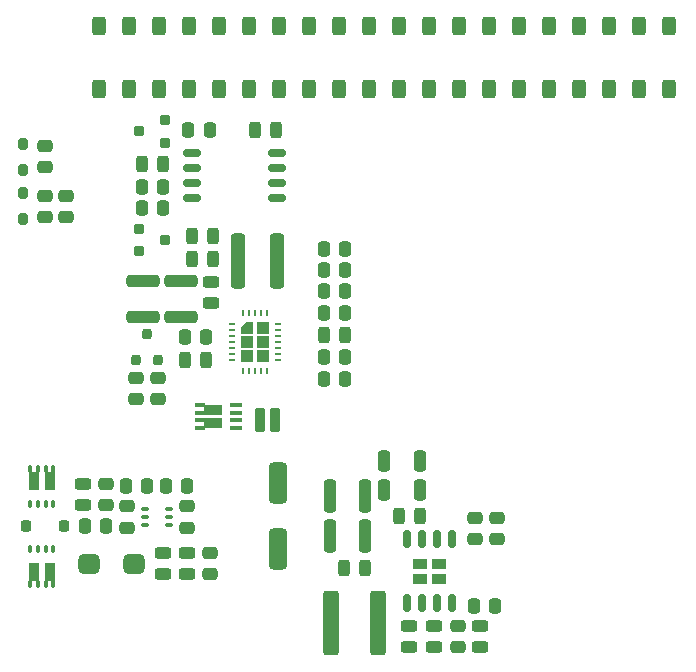
<source format=gtp>
G04*
G04 #@! TF.GenerationSoftware,Altium Limited,Altium Designer,19.1.8 (144)*
G04*
G04 Layer_Color=7318015*
%FSLAX25Y25*%
%MOIN*%
G70*
G01*
G75*
%ADD10C,0.01575*%
%ADD11R,0.03150X0.01181*%
%ADD12R,0.02362X0.03937*%
%ADD13R,0.04331X0.01968*%
%ADD14R,0.04331X0.03937*%
%ADD15R,0.04331X0.03937*%
%ADD16R,0.05118X0.03740*%
%ADD17R,0.06299X0.03543*%
%ADD18R,0.03819X0.06299*%
G04:AMPARAMS|DCode=19|XSize=55.12mil|YSize=39.37mil|CornerRadius=9.84mil|HoleSize=0mil|Usage=FLASHONLY|Rotation=0.000|XOffset=0mil|YOffset=0mil|HoleType=Round|Shape=RoundedRectangle|*
%AMROUNDEDRECTD19*
21,1,0.05512,0.01968,0,0,0.0*
21,1,0.03543,0.03937,0,0,0.0*
1,1,0.01968,0.01772,-0.00984*
1,1,0.01968,-0.01772,-0.00984*
1,1,0.01968,-0.01772,0.00984*
1,1,0.01968,0.01772,0.00984*
%
%ADD19ROUNDEDRECTD19*%
G04:AMPARAMS|DCode=20|XSize=31.5mil|YSize=39.37mil|CornerRadius=7.87mil|HoleSize=0mil|Usage=FLASHONLY|Rotation=180.000|XOffset=0mil|YOffset=0mil|HoleType=Round|Shape=RoundedRectangle|*
%AMROUNDEDRECTD20*
21,1,0.03150,0.02362,0,0,180.0*
21,1,0.01575,0.03937,0,0,180.0*
1,1,0.01575,-0.00787,0.01181*
1,1,0.01575,0.00787,0.01181*
1,1,0.01575,0.00787,-0.01181*
1,1,0.01575,-0.00787,-0.01181*
%
%ADD20ROUNDEDRECTD20*%
G04:AMPARAMS|DCode=21|XSize=51.18mil|YSize=39.37mil|CornerRadius=9.84mil|HoleSize=0mil|Usage=FLASHONLY|Rotation=0.000|XOffset=0mil|YOffset=0mil|HoleType=Round|Shape=RoundedRectangle|*
%AMROUNDEDRECTD21*
21,1,0.05118,0.01968,0,0,0.0*
21,1,0.03150,0.03937,0,0,0.0*
1,1,0.01968,0.01575,-0.00984*
1,1,0.01968,-0.01575,-0.00984*
1,1,0.01968,-0.01575,0.00984*
1,1,0.01968,0.01575,0.00984*
%
%ADD21ROUNDEDRECTD21*%
G04:AMPARAMS|DCode=22|XSize=51.18mil|YSize=39.37mil|CornerRadius=9.84mil|HoleSize=0mil|Usage=FLASHONLY|Rotation=270.000|XOffset=0mil|YOffset=0mil|HoleType=Round|Shape=RoundedRectangle|*
%AMROUNDEDRECTD22*
21,1,0.05118,0.01968,0,0,270.0*
21,1,0.03150,0.03937,0,0,270.0*
1,1,0.01968,-0.00984,-0.01575*
1,1,0.01968,-0.00984,0.01575*
1,1,0.01968,0.00984,0.01575*
1,1,0.01968,0.00984,-0.01575*
%
%ADD22ROUNDEDRECTD22*%
G04:AMPARAMS|DCode=23|XSize=55.12mil|YSize=39.37mil|CornerRadius=9.84mil|HoleSize=0mil|Usage=FLASHONLY|Rotation=270.000|XOffset=0mil|YOffset=0mil|HoleType=Round|Shape=RoundedRectangle|*
%AMROUNDEDRECTD23*
21,1,0.05512,0.01968,0,0,270.0*
21,1,0.03543,0.03937,0,0,270.0*
1,1,0.01968,-0.00984,-0.01772*
1,1,0.01968,-0.00984,0.01772*
1,1,0.01968,0.00984,0.01772*
1,1,0.01968,0.00984,-0.01772*
%
%ADD23ROUNDEDRECTD23*%
G04:AMPARAMS|DCode=24|XSize=31.5mil|YSize=35.43mil|CornerRadius=7.87mil|HoleSize=0mil|Usage=FLASHONLY|Rotation=90.000|XOffset=0mil|YOffset=0mil|HoleType=Round|Shape=RoundedRectangle|*
%AMROUNDEDRECTD24*
21,1,0.03150,0.01968,0,0,90.0*
21,1,0.01575,0.03543,0,0,90.0*
1,1,0.01575,0.00984,0.00787*
1,1,0.01575,0.00984,-0.00787*
1,1,0.01575,-0.00984,-0.00787*
1,1,0.01575,-0.00984,0.00787*
%
%ADD24ROUNDEDRECTD24*%
G04:AMPARAMS|DCode=25|XSize=23.62mil|YSize=59.06mil|CornerRadius=5.91mil|HoleSize=0mil|Usage=FLASHONLY|Rotation=90.000|XOffset=0mil|YOffset=0mil|HoleType=Round|Shape=RoundedRectangle|*
%AMROUNDEDRECTD25*
21,1,0.02362,0.04724,0,0,90.0*
21,1,0.01181,0.05906,0,0,90.0*
1,1,0.01181,0.02362,0.00591*
1,1,0.01181,0.02362,-0.00591*
1,1,0.01181,-0.02362,-0.00591*
1,1,0.01181,-0.02362,0.00591*
%
%ADD25ROUNDEDRECTD25*%
%ADD26O,0.00669X0.02638*%
%ADD27O,0.02638X0.00669*%
G04:AMPARAMS|DCode=28|XSize=23.62mil|YSize=59.06mil|CornerRadius=5.91mil|HoleSize=0mil|Usage=FLASHONLY|Rotation=180.000|XOffset=0mil|YOffset=0mil|HoleType=Round|Shape=RoundedRectangle|*
%AMROUNDEDRECTD28*
21,1,0.02362,0.04724,0,0,180.0*
21,1,0.01181,0.05906,0,0,180.0*
1,1,0.01181,-0.00591,0.02362*
1,1,0.01181,0.00591,0.02362*
1,1,0.01181,0.00591,-0.02362*
1,1,0.01181,-0.00591,-0.02362*
%
%ADD28ROUNDEDRECTD28*%
G04:AMPARAMS|DCode=29|XSize=15.75mil|YSize=39.37mil|CornerRadius=3.94mil|HoleSize=0mil|Usage=FLASHONLY|Rotation=270.000|XOffset=0mil|YOffset=0mil|HoleType=Round|Shape=RoundedRectangle|*
%AMROUNDEDRECTD29*
21,1,0.01575,0.03150,0,0,270.0*
21,1,0.00787,0.03937,0,0,270.0*
1,1,0.00787,-0.01575,-0.00394*
1,1,0.00787,-0.01575,0.00394*
1,1,0.00787,0.01575,0.00394*
1,1,0.00787,0.01575,-0.00394*
%
%ADD29ROUNDEDRECTD29*%
G04:AMPARAMS|DCode=30|XSize=15.75mil|YSize=35.43mil|CornerRadius=3.94mil|HoleSize=0mil|Usage=FLASHONLY|Rotation=90.000|XOffset=0mil|YOffset=0mil|HoleType=Round|Shape=RoundedRectangle|*
%AMROUNDEDRECTD30*
21,1,0.01575,0.02756,0,0,90.0*
21,1,0.00787,0.03543,0,0,90.0*
1,1,0.00787,0.01378,0.00394*
1,1,0.00787,0.01378,-0.00394*
1,1,0.00787,-0.01378,-0.00394*
1,1,0.00787,-0.01378,0.00394*
%
%ADD30ROUNDEDRECTD30*%
G04:AMPARAMS|DCode=31|XSize=15.75mil|YSize=23.62mil|CornerRadius=3.94mil|HoleSize=0mil|Usage=FLASHONLY|Rotation=270.000|XOffset=0mil|YOffset=0mil|HoleType=Round|Shape=RoundedRectangle|*
%AMROUNDEDRECTD31*
21,1,0.01575,0.01575,0,0,270.0*
21,1,0.00787,0.02362,0,0,270.0*
1,1,0.00787,-0.00787,-0.00394*
1,1,0.00787,-0.00787,0.00394*
1,1,0.00787,0.00787,0.00394*
1,1,0.00787,0.00787,-0.00394*
%
%ADD31ROUNDEDRECTD31*%
G04:AMPARAMS|DCode=32|XSize=35.43mil|YSize=37.4mil|CornerRadius=8.86mil|HoleSize=0mil|Usage=FLASHONLY|Rotation=0.000|XOffset=0mil|YOffset=0mil|HoleType=Round|Shape=RoundedRectangle|*
%AMROUNDEDRECTD32*
21,1,0.03543,0.01968,0,0,0.0*
21,1,0.01772,0.03740,0,0,0.0*
1,1,0.01772,0.00886,-0.00984*
1,1,0.01772,-0.00886,-0.00984*
1,1,0.01772,-0.00886,0.00984*
1,1,0.01772,0.00886,0.00984*
%
%ADD32ROUNDEDRECTD32*%
G04:AMPARAMS|DCode=33|XSize=12.6mil|YSize=24.41mil|CornerRadius=2.36mil|HoleSize=0mil|Usage=FLASHONLY|Rotation=0.000|XOffset=0mil|YOffset=0mil|HoleType=Round|Shape=RoundedRectangle|*
%AMROUNDEDRECTD33*
21,1,0.01260,0.01968,0,0,0.0*
21,1,0.00787,0.02441,0,0,0.0*
1,1,0.00472,0.00394,-0.00984*
1,1,0.00472,-0.00394,-0.00984*
1,1,0.00472,-0.00394,0.00984*
1,1,0.00472,0.00394,0.00984*
%
%ADD33ROUNDEDRECTD33*%
G04:AMPARAMS|DCode=34|XSize=66.93mil|YSize=70.87mil|CornerRadius=16.73mil|HoleSize=0mil|Usage=FLASHONLY|Rotation=270.000|XOffset=0mil|YOffset=0mil|HoleType=Round|Shape=RoundedRectangle|*
%AMROUNDEDRECTD34*
21,1,0.06693,0.03740,0,0,270.0*
21,1,0.03347,0.07087,0,0,270.0*
1,1,0.03346,-0.01870,-0.01673*
1,1,0.03346,-0.01870,0.01673*
1,1,0.03346,0.01870,0.01673*
1,1,0.03346,0.01870,-0.01673*
%
%ADD34ROUNDEDRECTD34*%
G04:AMPARAMS|DCode=35|XSize=110.24mil|YSize=39.37mil|CornerRadius=9.84mil|HoleSize=0mil|Usage=FLASHONLY|Rotation=0.000|XOffset=0mil|YOffset=0mil|HoleType=Round|Shape=RoundedRectangle|*
%AMROUNDEDRECTD35*
21,1,0.11024,0.01968,0,0,0.0*
21,1,0.09055,0.03937,0,0,0.0*
1,1,0.01968,0.04528,-0.00984*
1,1,0.01968,-0.04528,-0.00984*
1,1,0.01968,-0.04528,0.00984*
1,1,0.01968,0.04528,0.00984*
%
%ADD35ROUNDEDRECTD35*%
G04:AMPARAMS|DCode=36|XSize=110.24mil|YSize=39.37mil|CornerRadius=9.84mil|HoleSize=0mil|Usage=FLASHONLY|Rotation=270.000|XOffset=0mil|YOffset=0mil|HoleType=Round|Shape=RoundedRectangle|*
%AMROUNDEDRECTD36*
21,1,0.11024,0.01968,0,0,270.0*
21,1,0.09055,0.03937,0,0,270.0*
1,1,0.01968,-0.00984,-0.04528*
1,1,0.01968,-0.00984,0.04528*
1,1,0.01968,0.00984,0.04528*
1,1,0.01968,0.00984,-0.04528*
%
%ADD36ROUNDEDRECTD36*%
G04:AMPARAMS|DCode=37|XSize=70.87mil|YSize=39.37mil|CornerRadius=9.84mil|HoleSize=0mil|Usage=FLASHONLY|Rotation=90.000|XOffset=0mil|YOffset=0mil|HoleType=Round|Shape=RoundedRectangle|*
%AMROUNDEDRECTD37*
21,1,0.07087,0.01968,0,0,90.0*
21,1,0.05118,0.03937,0,0,90.0*
1,1,0.01968,0.00984,0.02559*
1,1,0.01968,0.00984,-0.02559*
1,1,0.01968,-0.00984,-0.02559*
1,1,0.01968,-0.00984,0.02559*
%
%ADD37ROUNDEDRECTD37*%
G04:AMPARAMS|DCode=38|XSize=55.12mil|YSize=216.54mil|CornerRadius=13.78mil|HoleSize=0mil|Usage=FLASHONLY|Rotation=180.000|XOffset=0mil|YOffset=0mil|HoleType=Round|Shape=RoundedRectangle|*
%AMROUNDEDRECTD38*
21,1,0.05512,0.18898,0,0,180.0*
21,1,0.02756,0.21654,0,0,180.0*
1,1,0.02756,-0.01378,0.09449*
1,1,0.02756,0.01378,0.09449*
1,1,0.02756,0.01378,-0.09449*
1,1,0.02756,-0.01378,-0.09449*
%
%ADD38ROUNDEDRECTD38*%
G04:AMPARAMS|DCode=39|XSize=62.99mil|YSize=137.8mil|CornerRadius=15.75mil|HoleSize=0mil|Usage=FLASHONLY|Rotation=0.000|XOffset=0mil|YOffset=0mil|HoleType=Round|Shape=RoundedRectangle|*
%AMROUNDEDRECTD39*
21,1,0.06299,0.10630,0,0,0.0*
21,1,0.03150,0.13780,0,0,0.0*
1,1,0.03150,0.01575,-0.05315*
1,1,0.03150,-0.01575,-0.05315*
1,1,0.03150,-0.01575,0.05315*
1,1,0.03150,0.01575,0.05315*
%
%ADD39ROUNDEDRECTD39*%
G04:AMPARAMS|DCode=40|XSize=62.99mil|YSize=47.24mil|CornerRadius=11.81mil|HoleSize=0mil|Usage=FLASHONLY|Rotation=90.000|XOffset=0mil|YOffset=0mil|HoleType=Round|Shape=RoundedRectangle|*
%AMROUNDEDRECTD40*
21,1,0.06299,0.02362,0,0,90.0*
21,1,0.03937,0.04724,0,0,90.0*
1,1,0.02362,0.01181,0.01968*
1,1,0.02362,0.01181,-0.01968*
1,1,0.02362,-0.01181,-0.01968*
1,1,0.02362,-0.01181,0.01968*
%
%ADD40ROUNDEDRECTD40*%
G04:AMPARAMS|DCode=41|XSize=31.5mil|YSize=35.43mil|CornerRadius=7.87mil|HoleSize=0mil|Usage=FLASHONLY|Rotation=180.000|XOffset=0mil|YOffset=0mil|HoleType=Round|Shape=RoundedRectangle|*
%AMROUNDEDRECTD41*
21,1,0.03150,0.01968,0,0,180.0*
21,1,0.01575,0.03543,0,0,180.0*
1,1,0.01575,-0.00787,0.00984*
1,1,0.01575,0.00787,0.00984*
1,1,0.01575,0.00787,-0.00984*
1,1,0.01575,-0.00787,-0.00984*
%
%ADD41ROUNDEDRECTD41*%
G04:AMPARAMS|DCode=42|XSize=47.24mil|YSize=185.04mil|CornerRadius=11.81mil|HoleSize=0mil|Usage=FLASHONLY|Rotation=180.000|XOffset=0mil|YOffset=0mil|HoleType=Round|Shape=RoundedRectangle|*
%AMROUNDEDRECTD42*
21,1,0.04724,0.16142,0,0,180.0*
21,1,0.02362,0.18504,0,0,180.0*
1,1,0.02362,-0.01181,0.08071*
1,1,0.02362,0.01181,0.08071*
1,1,0.02362,0.01181,-0.08071*
1,1,0.02362,-0.01181,-0.08071*
%
%ADD42ROUNDEDRECTD42*%
G04:AMPARAMS|DCode=43|XSize=82.68mil|YSize=31.5mil|CornerRadius=7.87mil|HoleSize=0mil|Usage=FLASHONLY|Rotation=270.000|XOffset=0mil|YOffset=0mil|HoleType=Round|Shape=RoundedRectangle|*
%AMROUNDEDRECTD43*
21,1,0.08268,0.01575,0,0,270.0*
21,1,0.06693,0.03150,0,0,270.0*
1,1,0.01575,-0.00787,-0.03347*
1,1,0.01575,-0.00787,0.03347*
1,1,0.01575,0.00787,0.03347*
1,1,0.01575,0.00787,-0.03347*
%
%ADD43ROUNDEDRECTD43*%
D10*
X80905Y116535D02*
X82087Y117717D01*
D11*
X82874Y116732D02*
D03*
D12*
X83268Y116535D02*
D03*
D13*
X82284Y115551D02*
D03*
D14*
X87402Y116535D02*
D03*
X82284Y107087D02*
D03*
X87402D02*
D03*
D15*
X82284Y111811D02*
D03*
X87402D02*
D03*
D16*
X146260Y37894D02*
D03*
X139960Y37894D02*
D03*
X139960Y32972D02*
D03*
X146260Y32972D02*
D03*
D17*
X70669Y84744D02*
D03*
Y89271D02*
D03*
D18*
X11221Y65551D02*
D03*
X16339D02*
D03*
X16338Y35236D02*
D03*
X11220D02*
D03*
D19*
X62205Y34450D02*
D03*
Y41536D02*
D03*
X54331Y41536D02*
D03*
Y34449D02*
D03*
X27559Y57480D02*
D03*
Y64567D02*
D03*
X159843Y10237D02*
D03*
Y17323D02*
D03*
X70079Y131890D02*
D03*
Y124803D02*
D03*
X144488Y10236D02*
D03*
Y17323D02*
D03*
X136221Y17323D02*
D03*
Y10237D02*
D03*
D20*
X7480Y152756D02*
D03*
Y161418D02*
D03*
Y169292D02*
D03*
Y177953D02*
D03*
D21*
X14961Y160630D02*
D03*
Y153543D02*
D03*
X21949D02*
D03*
Y160630D02*
D03*
X165354Y46063D02*
D03*
Y53150D02*
D03*
X158268Y46063D02*
D03*
Y53150D02*
D03*
X62008Y50000D02*
D03*
Y57087D02*
D03*
X42323Y57087D02*
D03*
Y50000D02*
D03*
X69685Y34449D02*
D03*
Y41536D02*
D03*
X35039Y57480D02*
D03*
Y64567D02*
D03*
X52362Y92913D02*
D03*
Y100000D02*
D03*
X45276Y92913D02*
D03*
Y100000D02*
D03*
X14961Y177165D02*
D03*
Y170079D02*
D03*
X152362Y10236D02*
D03*
Y17323D02*
D03*
D22*
X47047Y163583D02*
D03*
X54134D02*
D03*
X54134Y156496D02*
D03*
X47047D02*
D03*
X35236Y50394D02*
D03*
X28150D02*
D03*
X62205Y63976D02*
D03*
X55118D02*
D03*
X41732D02*
D03*
X48819D02*
D03*
X107874Y135827D02*
D03*
X114961D02*
D03*
X114961Y142913D02*
D03*
X107874D02*
D03*
X62598Y182677D02*
D03*
X69685D02*
D03*
X68504Y113583D02*
D03*
X61417D02*
D03*
X107874Y128740D02*
D03*
X114961D02*
D03*
X107874Y121653D02*
D03*
X114961D02*
D03*
X107874Y106693D02*
D03*
X114961D02*
D03*
X114961Y99606D02*
D03*
X107874D02*
D03*
X157677Y24016D02*
D03*
X164764D02*
D03*
D23*
X54134Y171063D02*
D03*
X47048D02*
D03*
X139763Y53937D02*
D03*
X132677D02*
D03*
X70866Y147244D02*
D03*
X63779D02*
D03*
X84842Y182677D02*
D03*
X91929D02*
D03*
X63779Y139370D02*
D03*
X70866D02*
D03*
X114961Y114173D02*
D03*
X107874D02*
D03*
X121654Y36614D02*
D03*
X114567D02*
D03*
X61417Y105709D02*
D03*
X68504D02*
D03*
D24*
X54921Y145866D02*
D03*
X46260Y142126D02*
D03*
Y149606D02*
D03*
X46260Y182087D02*
D03*
X54921Y185827D02*
D03*
Y178346D02*
D03*
D25*
X92126Y159823D02*
D03*
Y164823D02*
D03*
Y169823D02*
D03*
Y174823D02*
D03*
X63779Y159823D02*
D03*
Y164823D02*
D03*
Y169823D02*
D03*
Y174823D02*
D03*
D26*
X80905Y121555D02*
D03*
X82874D02*
D03*
X84842D02*
D03*
X86811D02*
D03*
X88779D02*
D03*
Y102067D02*
D03*
X86811D02*
D03*
X84842D02*
D03*
X82874D02*
D03*
X80905D02*
D03*
D27*
X92618Y117717D02*
D03*
Y115748D02*
D03*
Y113779D02*
D03*
Y111811D02*
D03*
Y109843D02*
D03*
Y107874D02*
D03*
Y105905D02*
D03*
X77067D02*
D03*
Y107874D02*
D03*
Y109843D02*
D03*
Y111811D02*
D03*
Y113779D02*
D03*
Y115748D02*
D03*
Y117717D02*
D03*
D28*
X135610Y24803D02*
D03*
X140610D02*
D03*
X145610D02*
D03*
X150610D02*
D03*
X135610Y46063D02*
D03*
X140610D02*
D03*
X145610D02*
D03*
X150610D02*
D03*
D29*
X78347Y88287D02*
D03*
Y83169D02*
D03*
Y85728D02*
D03*
Y90847D02*
D03*
D30*
X66339Y83169D02*
D03*
Y88287D02*
D03*
Y90847D02*
D03*
Y85728D02*
D03*
D31*
X48228Y53543D02*
D03*
Y50984D02*
D03*
Y56102D02*
D03*
X56102D02*
D03*
Y53543D02*
D03*
Y50984D02*
D03*
D32*
X21260Y50394D02*
D03*
X8661D02*
D03*
D33*
X12500Y69685D02*
D03*
X17618D02*
D03*
X15059D02*
D03*
X9941D02*
D03*
X17618Y57874D02*
D03*
X12500D02*
D03*
X9941D02*
D03*
X15059D02*
D03*
X15059Y31102D02*
D03*
X9941D02*
D03*
X12500D02*
D03*
X17618D02*
D03*
X9941Y42913D02*
D03*
X15059D02*
D03*
X17618D02*
D03*
X12500D02*
D03*
D34*
X29528Y37795D02*
D03*
X44488D02*
D03*
D35*
X47638Y132087D02*
D03*
Y120276D02*
D03*
X60236Y132087D02*
D03*
Y120276D02*
D03*
D36*
X121653Y60630D02*
D03*
X109843D02*
D03*
X121653Y47244D02*
D03*
X109843D02*
D03*
D37*
X139764Y72047D02*
D03*
X127953D02*
D03*
X139764Y62598D02*
D03*
X127953D02*
D03*
D38*
X125984Y18110D02*
D03*
X110236D02*
D03*
D39*
X92520Y64961D02*
D03*
Y42913D02*
D03*
D40*
X222953Y217323D02*
D03*
Y196063D02*
D03*
X212953Y217323D02*
D03*
Y196063D02*
D03*
X202953Y217323D02*
D03*
Y196063D02*
D03*
X192953Y217323D02*
D03*
Y196063D02*
D03*
X182953Y217323D02*
D03*
Y196063D02*
D03*
X172953Y217323D02*
D03*
Y196063D02*
D03*
X162953Y217323D02*
D03*
Y196063D02*
D03*
X152953Y217323D02*
D03*
Y196063D02*
D03*
X142953Y217323D02*
D03*
Y196063D02*
D03*
X132953Y217323D02*
D03*
Y196063D02*
D03*
X122953Y217323D02*
D03*
Y196063D02*
D03*
X112953Y217323D02*
D03*
Y196063D02*
D03*
X102953Y217323D02*
D03*
Y196063D02*
D03*
X92953Y217323D02*
D03*
Y196063D02*
D03*
X82953Y217323D02*
D03*
Y196063D02*
D03*
X72953Y217323D02*
D03*
Y196063D02*
D03*
X62953Y217323D02*
D03*
Y196063D02*
D03*
X52953Y217323D02*
D03*
Y196063D02*
D03*
X42953Y217323D02*
D03*
Y196063D02*
D03*
X32953Y217323D02*
D03*
Y196063D02*
D03*
D41*
X48819Y114567D02*
D03*
X52559Y105905D02*
D03*
X45079D02*
D03*
D42*
X92323Y138976D02*
D03*
X79331D02*
D03*
D43*
X91339Y85827D02*
D03*
X86614D02*
D03*
M02*

</source>
